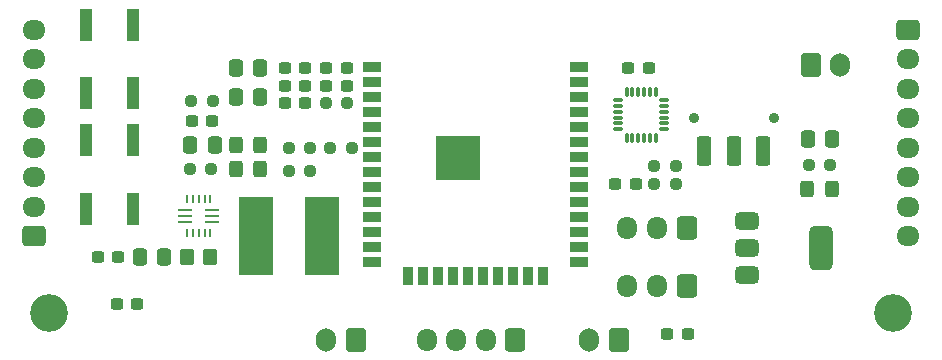
<source format=gbr>
%TF.GenerationSoftware,KiCad,Pcbnew,8.0.4*%
%TF.CreationDate,2025-04-19T21:17:28+05:30*%
%TF.ProjectId,Snakebot_pcb_dev,536e616b-6562-46f7-945f-7063625f6465,rev?*%
%TF.SameCoordinates,Original*%
%TF.FileFunction,Soldermask,Top*%
%TF.FilePolarity,Negative*%
%FSLAX46Y46*%
G04 Gerber Fmt 4.6, Leading zero omitted, Abs format (unit mm)*
G04 Created by KiCad (PCBNEW 8.0.4) date 2025-04-19 21:17:28*
%MOMM*%
%LPD*%
G01*
G04 APERTURE LIST*
G04 Aperture macros list*
%AMRoundRect*
0 Rectangle with rounded corners*
0 $1 Rounding radius*
0 $2 $3 $4 $5 $6 $7 $8 $9 X,Y pos of 4 corners*
0 Add a 4 corners polygon primitive as box body*
4,1,4,$2,$3,$4,$5,$6,$7,$8,$9,$2,$3,0*
0 Add four circle primitives for the rounded corners*
1,1,$1+$1,$2,$3*
1,1,$1+$1,$4,$5*
1,1,$1+$1,$6,$7*
1,1,$1+$1,$8,$9*
0 Add four rect primitives between the rounded corners*
20,1,$1+$1,$2,$3,$4,$5,0*
20,1,$1+$1,$4,$5,$6,$7,0*
20,1,$1+$1,$6,$7,$8,$9,0*
20,1,$1+$1,$8,$9,$2,$3,0*%
G04 Aperture macros list end*
%ADD10RoundRect,0.250000X0.600000X0.750000X-0.600000X0.750000X-0.600000X-0.750000X0.600000X-0.750000X0*%
%ADD11O,1.700000X2.000000*%
%ADD12RoundRect,0.237500X0.250000X0.237500X-0.250000X0.237500X-0.250000X-0.237500X0.250000X-0.237500X0*%
%ADD13RoundRect,0.250000X-0.325000X-0.450000X0.325000X-0.450000X0.325000X0.450000X-0.325000X0.450000X0*%
%ADD14RoundRect,0.237500X-0.250000X-0.237500X0.250000X-0.237500X0.250000X0.237500X-0.250000X0.237500X0*%
%ADD15RoundRect,0.250000X-0.337500X-0.475000X0.337500X-0.475000X0.337500X0.475000X-0.337500X0.475000X0*%
%ADD16R,1.500000X0.900000*%
%ADD17R,0.900000X1.500000*%
%ADD18C,0.600000*%
%ADD19R,3.800000X3.800000*%
%ADD20RoundRect,0.237500X-0.300000X-0.237500X0.300000X-0.237500X0.300000X0.237500X-0.300000X0.237500X0*%
%ADD21RoundRect,0.237500X0.300000X0.237500X-0.300000X0.237500X-0.300000X-0.237500X0.300000X-0.237500X0*%
%ADD22RoundRect,0.250000X-0.600000X-0.750000X0.600000X-0.750000X0.600000X0.750000X-0.600000X0.750000X0*%
%ADD23RoundRect,0.250000X0.600000X0.725000X-0.600000X0.725000X-0.600000X-0.725000X0.600000X-0.725000X0*%
%ADD24O,1.700000X1.950000*%
%ADD25RoundRect,0.250000X0.725000X-0.600000X0.725000X0.600000X-0.725000X0.600000X-0.725000X-0.600000X0*%
%ADD26O,1.950000X1.700000*%
%ADD27R,2.850000X6.600000*%
%ADD28R,1.000000X2.800000*%
%ADD29RoundRect,0.075000X0.350000X0.075000X-0.350000X0.075000X-0.350000X-0.075000X0.350000X-0.075000X0*%
%ADD30RoundRect,0.075000X-0.075000X0.350000X-0.075000X-0.350000X0.075000X-0.350000X0.075000X0.350000X0*%
%ADD31RoundRect,0.375000X-0.625000X-0.375000X0.625000X-0.375000X0.625000X0.375000X-0.625000X0.375000X0*%
%ADD32RoundRect,0.500000X-0.500000X-1.400000X0.500000X-1.400000X0.500000X1.400000X-0.500000X1.400000X0*%
%ADD33C,0.900000*%
%ADD34RoundRect,0.250000X0.375000X1.000000X-0.375000X1.000000X-0.375000X-1.000000X0.375000X-1.000000X0*%
%ADD35C,3.200000*%
%ADD36RoundRect,0.250000X0.350000X0.450000X-0.350000X0.450000X-0.350000X-0.450000X0.350000X-0.450000X0*%
%ADD37RoundRect,0.250000X0.337500X0.475000X-0.337500X0.475000X-0.337500X-0.475000X0.337500X-0.475000X0*%
%ADD38R,1.295400X0.254000*%
%ADD39R,0.254000X0.711200*%
%ADD40RoundRect,0.250000X-0.725000X0.600000X-0.725000X-0.600000X0.725000X-0.600000X0.725000X0.600000X0*%
G04 APERTURE END LIST*
D10*
%TO.C,J5*%
X117250000Y-143750000D03*
D11*
X114750000Y-143750000D03*
%TD*%
D12*
%TO.C,R4*%
X116912500Y-127500000D03*
X115087500Y-127500000D03*
%TD*%
D13*
%TO.C,D3*%
X107069000Y-129281300D03*
X109119000Y-129281300D03*
%TD*%
D14*
%TO.C,R5*%
X111587500Y-129500000D03*
X113412500Y-129500000D03*
%TD*%
D15*
%TO.C,C3*%
X107075000Y-123250000D03*
X109150000Y-123250000D03*
%TD*%
D16*
%TO.C,U1*%
X118650000Y-120630000D03*
X118650000Y-121900000D03*
X118650000Y-123170000D03*
X118650000Y-124440000D03*
X118650000Y-125710000D03*
X118650000Y-126980000D03*
X118650000Y-128250000D03*
X118650000Y-129520000D03*
X118650000Y-130790000D03*
X118650000Y-132060000D03*
X118650000Y-133330000D03*
X118650000Y-134600000D03*
X118650000Y-135870000D03*
X118650000Y-137140000D03*
D17*
X121690000Y-138390000D03*
X122960000Y-138390000D03*
X124230000Y-138390000D03*
X125500000Y-138390000D03*
X126770000Y-138390000D03*
X128040000Y-138390000D03*
X129310000Y-138390000D03*
X130580000Y-138390000D03*
X131850000Y-138390000D03*
X133120000Y-138390000D03*
D16*
X136150000Y-137140000D03*
X136150000Y-135870000D03*
X136150000Y-134600000D03*
X136150000Y-133330000D03*
X136150000Y-132060000D03*
X136150000Y-130790000D03*
X136150000Y-129520000D03*
X136150000Y-128250000D03*
X136150000Y-126980000D03*
X136150000Y-125710000D03*
X136150000Y-124440000D03*
X136150000Y-123170000D03*
X136150000Y-121900000D03*
X136150000Y-120630000D03*
D18*
X124500000Y-127650000D03*
X124500000Y-129050000D03*
X125200000Y-126950000D03*
X125200000Y-128350000D03*
X125200000Y-129750000D03*
X125875000Y-127650000D03*
X125875000Y-129050000D03*
D19*
X125900000Y-128350000D03*
D18*
X126600000Y-126950000D03*
X126600000Y-128350000D03*
X126600000Y-129750000D03*
X127300000Y-127650000D03*
X127300000Y-129050000D03*
%TD*%
D12*
%TO.C,R10*%
X144325000Y-130575000D03*
X142500000Y-130575000D03*
%TD*%
D15*
%TO.C,C12*%
X98962500Y-136750000D03*
X101037500Y-136750000D03*
%TD*%
D20*
%TO.C,C8*%
X143637500Y-143250000D03*
X145362500Y-143250000D03*
%TD*%
D21*
%TO.C,C13*%
X112975000Y-120750000D03*
X111250000Y-120750000D03*
%TD*%
%TO.C,C14*%
X112975000Y-122250000D03*
X111250000Y-122250000D03*
%TD*%
D13*
%TO.C,D1*%
X155487500Y-131000000D03*
X157537500Y-131000000D03*
%TD*%
D12*
%TO.C,R1*%
X116525000Y-123750000D03*
X114700000Y-123750000D03*
%TD*%
%TO.C,R9*%
X144325000Y-129075000D03*
X142500000Y-129075000D03*
%TD*%
D22*
%TO.C,J2*%
X155750000Y-120532500D03*
D11*
X158250000Y-120532500D03*
%TD*%
D23*
%TO.C,J4*%
X145250000Y-134300000D03*
D24*
X142750000Y-134300000D03*
X140250000Y-134300000D03*
%TD*%
D25*
%TO.C,J8*%
X90000000Y-135000000D03*
D26*
X90000000Y-132500000D03*
X90000000Y-130000000D03*
X90000000Y-127500000D03*
X90000000Y-125000000D03*
X90000000Y-122500000D03*
X90000000Y-120000000D03*
X90000000Y-117500000D03*
%TD*%
D27*
%TO.C,L1*%
X114419000Y-135000000D03*
X108769000Y-135000000D03*
%TD*%
D28*
%TO.C,SW2*%
X94400000Y-132650000D03*
X94400000Y-126850000D03*
X98400000Y-132650000D03*
X98400000Y-126850000D03*
%TD*%
D23*
%TO.C,J3*%
X145250000Y-139250000D03*
D24*
X142750000Y-139250000D03*
X140250000Y-139250000D03*
%TD*%
D21*
%TO.C,C16*%
X140937500Y-130575000D03*
X139212500Y-130575000D03*
%TD*%
D13*
%TO.C,D2*%
X107069000Y-127281300D03*
X109119000Y-127281300D03*
%TD*%
D23*
%TO.C,J1*%
X130750000Y-143750000D03*
D24*
X128250000Y-143750000D03*
X125750000Y-143750000D03*
X123250000Y-143750000D03*
%TD*%
D21*
%TO.C,C1*%
X116475000Y-120750000D03*
X114750000Y-120750000D03*
%TD*%
%TO.C,C6*%
X112975000Y-123750000D03*
X111250000Y-123750000D03*
%TD*%
D28*
%TO.C,SW1*%
X94400000Y-122900000D03*
X94400000Y-117100000D03*
X98400000Y-122900000D03*
X98400000Y-117100000D03*
%TD*%
D15*
%TO.C,C4*%
X155512500Y-126750000D03*
X157587500Y-126750000D03*
%TD*%
D12*
%TO.C,R3*%
X113412500Y-127500000D03*
X111587500Y-127500000D03*
%TD*%
D14*
%TO.C,R7*%
X103206500Y-129281300D03*
X105031500Y-129281300D03*
%TD*%
D21*
%TO.C,C9*%
X105112500Y-125250000D03*
X103387500Y-125250000D03*
%TD*%
D29*
%TO.C,U4*%
X143376500Y-125950000D03*
X143376500Y-125450000D03*
X143376500Y-124950000D03*
X143376500Y-124450000D03*
X143376500Y-123950000D03*
X143376500Y-123450000D03*
D30*
X142676500Y-122750000D03*
X142176500Y-122750000D03*
X141676500Y-122750000D03*
X141176500Y-122750000D03*
X140676500Y-122750000D03*
X140176500Y-122750000D03*
D29*
X139476500Y-123450000D03*
X139476500Y-123950000D03*
X139476500Y-124450000D03*
X139476500Y-124950000D03*
X139476500Y-125450000D03*
X139476500Y-125950000D03*
D30*
X140176500Y-126650000D03*
X140676500Y-126650000D03*
X141176500Y-126650000D03*
X141676500Y-126650000D03*
X142176500Y-126650000D03*
X142676500Y-126650000D03*
%TD*%
D21*
%TO.C,C2*%
X116475000Y-122250000D03*
X114750000Y-122250000D03*
%TD*%
D20*
%TO.C,C15*%
X140314000Y-120750000D03*
X142039000Y-120750000D03*
%TD*%
D31*
%TO.C,U2*%
X150350000Y-133700000D03*
X150350000Y-136000000D03*
D32*
X156650000Y-136000000D03*
D31*
X150350000Y-138300000D03*
%TD*%
D20*
%TO.C,C10*%
X97000000Y-140750000D03*
X98725000Y-140750000D03*
%TD*%
D33*
%TO.C,SW3*%
X152650000Y-125000000D03*
X145850000Y-125000000D03*
D34*
X151750000Y-127750000D03*
X149250000Y-127750000D03*
X146750000Y-127750000D03*
%TD*%
D35*
%TO.C,H1*%
X91250000Y-141500000D03*
%TD*%
D36*
%TO.C,R8*%
X104944000Y-136781300D03*
X102944000Y-136781300D03*
%TD*%
D35*
%TO.C,H2*%
X162750000Y-141500000D03*
%TD*%
D10*
%TO.C,J6*%
X139500000Y-143750000D03*
D11*
X137000000Y-143750000D03*
%TD*%
D37*
%TO.C,C5*%
X109150000Y-120750000D03*
X107075000Y-120750000D03*
%TD*%
D14*
%TO.C,R2*%
X155600000Y-129000000D03*
X157425000Y-129000000D03*
%TD*%
D38*
%TO.C,U3*%
X102794000Y-132781301D03*
X102794000Y-133281300D03*
X102794000Y-133781299D03*
D39*
X102943999Y-134731300D03*
X103444001Y-134731300D03*
X103944000Y-134731300D03*
X104443999Y-134731300D03*
X104944001Y-134731300D03*
D38*
X105094000Y-133781299D03*
X105094000Y-133281300D03*
X105094000Y-132781301D03*
D39*
X104944001Y-131831300D03*
X104443999Y-131831300D03*
X103944000Y-131831300D03*
X103444001Y-131831300D03*
X102943999Y-131831300D03*
%TD*%
D12*
%TO.C,R6*%
X105144000Y-123531300D03*
X103319000Y-123531300D03*
%TD*%
D15*
%TO.C,C11*%
X103212500Y-127250000D03*
X105287500Y-127250000D03*
%TD*%
D40*
%TO.C,J7*%
X164000000Y-117500000D03*
D26*
X164000000Y-120000000D03*
X164000000Y-122500000D03*
X164000000Y-125000000D03*
X164000000Y-127500000D03*
X164000000Y-130000000D03*
X164000000Y-132500000D03*
X164000000Y-135000000D03*
%TD*%
D21*
%TO.C,C7*%
X97112500Y-136750000D03*
X95387500Y-136750000D03*
%TD*%
M02*

</source>
